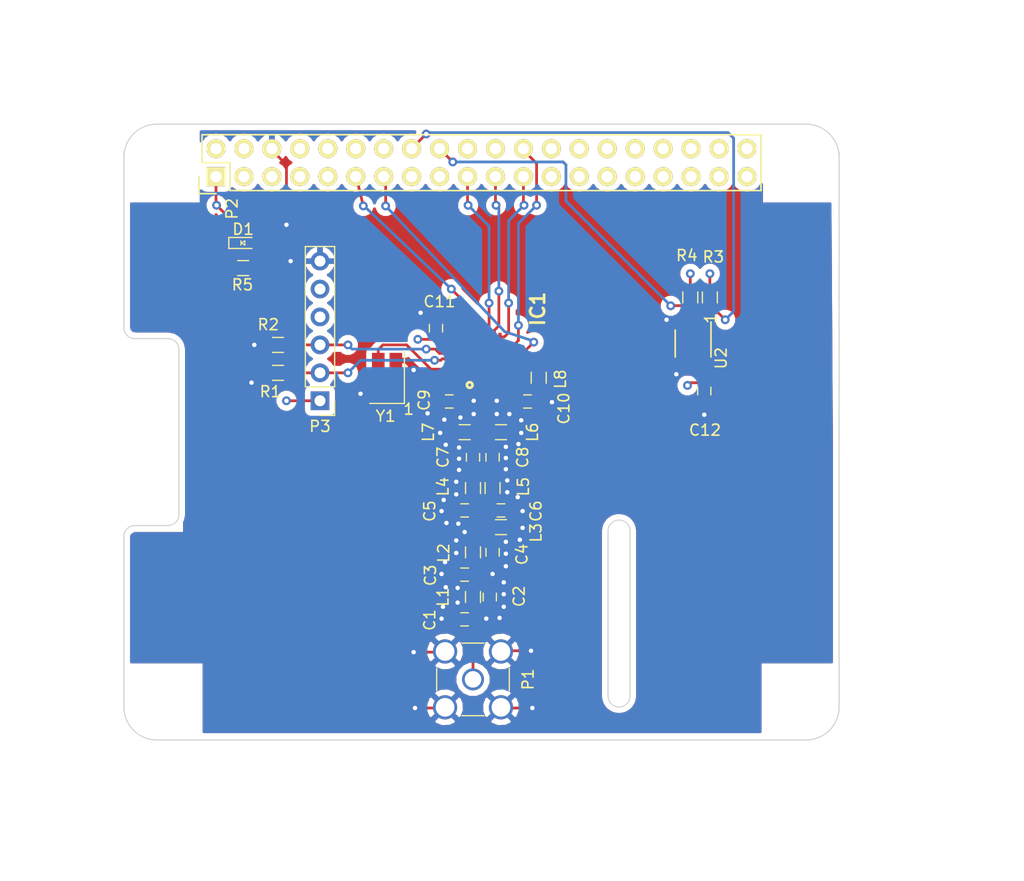
<source format=kicad_pcb>
(kicad_pcb (version 20171130) (host pcbnew 5.0.1-33cea8e~67~ubuntu18.04.1)
  (title_block (title "AX5043 Raspberry Pi HAT") (date 2018-03-24) (rev V1.3) (company "Brandenburg Tech, LLC"))
  (layers (0 F.Cu signal) (1 In1.Cu signal) (2 In2.Cu signal) (31 B.Cu signal) (34 B.Paste user) (35 F.Paste user) (36 B.SilkS user) (37 F.SilkS user) (38 B.Mask user) (39 F.Mask user) (44 Edge.Cuts user))
  (net 0 "")
  (net 1 GND)
  (net 2 "Net-(C1-Pad1)")
  (net 3 "Net-(C2-Pad1)")
  (net 4 "Net-(C4-Pad1)")
  (net 5 "Net-(C5-Pad1)")
  (net 6 "Net-(C7-Pad2)")
  (net 7 "Net-(C7-Pad1)")
  (net 8 "Net-(C8-Pad2)")
  (net 9 "Net-(C8-Pad1)")
  (net 10 "Net-(C9-Pad1)")
  (net 11 "Net-(C10-Pad1)")
  (net 12 +3V3)
  (net 13 AX5043_IRQ)
  (net 14 AX5043_SYSCLK)
  (net 15 I2C_SDA)
  (net 16 I2C_SCL)
  (net 17 AX5043_MOSI)
  (net 18 AX5043_MISO)
  (net 19 AX5043_CLK)
  (net 20 AX5043_SEL)
  (net 21 AX5043_GPADC2)
  (net 22 AX5043_GPADC1)
  (net 23 "Net-(P3-Pad4)")
  (net 24 "Net-(P3-Pad5)")
  (net 25 "Net-(D1-Pad1)")
  (net 26 +5V)
  (net 27 "Net-(P2-Pad4)")
  (net 28 /GPIO4)
  (net 29 /TXD)
  (net 30 "Net-(P2-Pad9)")
  (net 31 /RXD)
  (net 32 /GPIO18)
  (net 33 "Net-(P2-Pad14)")
  (net 34 "Net-(P2-Pad15)")
  (net 35 "Net-(P2-Pad17)")
  (net 36 "Net-(P2-Pad20)")
  (net 37 /GPIO25)
  (net 38 "Net-(P2-Pad25)")
  (net 39 "/GPIO7(CE1)")
  (net 40 "Net-(U2-Pad3)")
  (net 41 "Net-(IC1-Pad6)")
  (net 42 "Net-(IC1-Pad7)")
  (net 43 "Net-(IC1-Pad8)")
  (net 44 "Net-(IC1-Pad15)")
  (net 45 "Net-(IC1-Pad19)")
  (net 46 "Net-(IC1-Pad20)")
  (net 47 "/GPIO0(SDA)")
  (net 48 "/GPIO1(SCL)")
  (module LEDs:LED_0603 (layer F.Cu) (at 54.737 49.403)
    (fp_text reference D1 (at 0 -1.25) (layer F.SilkS))
    (fp_text value LED)
    (pad 2 smd rect (at 0.8 0 180) (size 0.8 0.8) (layers F.Cu F.Paste F.Mask) (net 12 +3V3))
    (pad 1 smd rect (at -0.8 0 180) (size 0.8 0.8) (layers F.Cu F.Paste F.Mask) (net 25 "Net-(D1-Pad1)"))
  )
  (module ECX42:Crystal_SMD_ECX42-4pin_4.0x2.5mm (layer F.Cu) (at 67.818 61.595 90)
    (fp_text reference Y1 (at -3.556 -0.127 180) (layer F.SilkS))
    (fp_text value 16M)
    (fp_text user 1 (at -2.921 1.9685 180) (layer F.SilkS))
    (pad 1 smd rect (at -1.5 0.8 90) (size 1.4 1.15) (layers F.Cu F.Paste F.Mask) (net 46 "Net-(IC1-Pad20)"))
    (pad 2 smd rect (at 1.5 0.8 90) (size 1.4 1.15) (layers F.Cu F.Paste F.Mask) (net 1 GND))
    (pad 3 smd rect (at 1.5 -0.8 90) (size 1.4 1.15) (layers F.Cu F.Paste F.Mask) (net 45 "Net-(IC1-Pad19)"))
    (pad 4 smd rect (at -1.5 -0.8 90) (size 1.4 1.15) (layers F.Cu F.Paste F.Mask) (net 1 GND))
  )
  (module Housings_DFN_QFN:DFN-8-1EP_3x3mm_Pitch0.65mm (layer F.Cu) (at 95.631 58.547 270)
    (fp_text reference U2 (at 1.3335 -2.54 270) (layer F.SilkS))
    (fp_text value MAX31725)
    (fp_text user 1 (at -2.286 -1.5875 270) (layer F.SilkS))
    (pad 1 smd rect (at -1.55 -0.975 270) (size 0.65 0.35) (layers F.Cu F.Paste F.Mask) (net 15 I2C_SDA))
    (pad 2 smd rect (at -1.55 -0.325 270) (size 0.65 0.35) (layers F.Cu F.Paste F.Mask) (net 16 I2C_SCL))
    (pad 3 smd rect (at -1.55 0.325 270) (size 0.65 0.35) (layers F.Cu F.Paste F.Mask) (net 40 "Net-(U2-Pad3)"))
    (pad 4 smd rect (at -1.55 0.975 270) (size 0.65 0.35) (layers F.Cu F.Paste F.Mask) (net 1 GND))
    (pad 5 smd rect (at 1.55 0.975 270) (size 0.65 0.35) (layers F.Cu F.Paste F.Mask) (net 1 GND))
    (pad 6 smd rect (at 1.55 0.325 270) (size 0.65 0.35) (layers F.Cu F.Paste F.Mask) (net 1 GND))
    (pad 7 smd rect (at 1.55 -0.325 270) (size 0.65 0.35) (layers F.Cu F.Paste F.Mask) (net 1 GND))
    (pad 8 smd rect (at 1.55 -0.975 270) (size 0.65 0.35) (layers F.Cu F.Paste F.Mask) (net 12 +3V3))
    (pad 9 smd rect (at 0.3875 0.6 270) (size 0.775 1.2) (layers F.Cu F.Paste F.Mask) (net 1 GND))
    (pad 9 smd rect (at 0.3875 -0.6 270) (size 0.775 1.2) (layers F.Cu F.Paste F.Mask) (net 1 GND))
    (pad 9 smd rect (at -0.3875 0.6 270) (size 0.775 1.2) (layers F.Cu F.Paste F.Mask) (net 1 GND))
    (pad 9 smd rect (at -0.3875 -0.6 270) (size 0.775 1.2) (layers F.Cu F.Paste F.Mask) (net 1 GND))
  )
  (module RPi_Hat:Pin_Header_Straight_2x20 (layer F.Cu) (at 76.4 42.1 90)
    (fp_text reference P2 (at -4.1915 -22.679 90) (layer F.SilkS))
    (fp_text value CONN_13X2)
    (pad 1 thru_hole rect (at -1.27 -24.13 90) (size 1.7272 1.7272) (drill 1.016) (layers *.Cu *.Mask F.SilkS) (net 12 +3V3))
    (pad 2 thru_hole oval (at 1.27 -24.13 90) (size 1.7272 1.7272) (drill 1.016) (layers *.Cu *.Mask F.SilkS) (net 26 +5V))
    (pad 3 thru_hole oval (at -1.27 -21.59 90) (size 1.7272 1.7272) (drill 1.016) (layers *.Cu *.Mask F.SilkS) (net 47 "/GPIO0(SDA)"))
    (pad 4 thru_hole oval (at 1.27 -21.59 90) (size 1.7272 1.7272) (drill 1.016) (layers *.Cu *.Mask F.SilkS) (net 27 "Net-(P2-Pad4)"))
    (pad 5 thru_hole oval (at -1.27 -19.05 90) (size 1.7272 1.7272) (drill 1.016) (layers *.Cu *.Mask F.SilkS) (net 48 "/GPIO1(SCL)"))
    (pad 6 thru_hole oval (at 1.27 -19.05 90) (size 1.7272 1.7272) (drill 1.016) (layers *.Cu *.Mask F.SilkS) (net 1 GND))
    (pad 7 thru_hole oval (at -1.27 -16.51 90) (size 1.7272 1.7272) (drill 1.016) (layers *.Cu *.Mask F.SilkS) (net 28 /GPIO4))
    (pad 8 thru_hole oval (at 1.27 -16.51 90) (size 1.7272 1.7272) (drill 1.016) (layers *.Cu *.Mask F.SilkS) (net 29 /TXD))
    (pad 9 thru_hole oval (at -1.27 -13.97 90) (size 1.7272 1.7272) (drill 1.016) (layers *.Cu *.Mask F.SilkS) (net 30 "Net-(P2-Pad9)"))
    (pad 10 thru_hole oval (at 1.27 -13.97 90) (size 1.7272 1.7272) (drill 1.016) (layers *.Cu *.Mask F.SilkS) (net 31 /RXD))
    (pad 11 thru_hole oval (at -1.27 -11.43 90) (size 1.7272 1.7272) (drill 1.016) (layers *.Cu *.Mask F.SilkS) (net 13 AX5043_IRQ))
    (pad 12 thru_hole oval (at 1.27 -11.43 90) (size 1.7272 1.7272) (drill 1.016) (layers *.Cu *.Mask F.SilkS) (net 32 /GPIO18))
    (pad 13 thru_hole oval (at -1.27 -8.89 90) (size 1.7272 1.7272) (drill 1.016) (layers *.Cu *.Mask F.SilkS) (net 14 AX5043_SYSCLK))
    (pad 14 thru_hole oval (at 1.27 -8.89 90) (size 1.7272 1.7272) (drill 1.016) (layers *.Cu *.Mask F.SilkS) (net 33 "Net-(P2-Pad14)"))
    (pad 15 thru_hole oval (at -1.27 -6.35 90) (size 1.7272 1.7272) (drill 1.016) (layers *.Cu *.Mask F.SilkS) (net 34 "Net-(P2-Pad15)"))
    (pad 16 thru_hole oval (at 1.27 -6.35 90) (size 1.7272 1.7272) (drill 1.016) (layers *.Cu *.Mask F.SilkS) (net 15 I2C_SDA))
    (pad 17 thru_hole oval (at -1.27 -3.81 90) (size 1.7272 1.7272) (drill 1.016) (layers *.Cu *.Mask F.SilkS) (net 35 "Net-(P2-Pad17)"))
    (pad 18 thru_hole oval (at 1.27 -3.81 90) (size 1.7272 1.7272) (drill 1.016) (layers *.Cu *.Mask F.SilkS) (net 16 I2C_SCL))
    (pad 19 thru_hole oval (at -1.27 -1.27 90) (size 1.7272 1.7272) (drill 1.016) (layers *.Cu *.Mask F.SilkS) (net 17 AX5043_MOSI))
    (pad 20 thru_hole oval (at 1.27 -1.27 90) (size 1.7272 1.7272) (drill 1.016) (layers *.Cu *.Mask F.SilkS) (net 36 "Net-(P2-Pad20)"))
    (pad 21 thru_hole oval (at -1.27 1.27 90) (size 1.7272 1.7272) (drill 1.016) (layers *.Cu *.Mask F.SilkS) (net 18 AX5043_MISO))
    (pad 22 thru_hole oval (at 1.27 1.27 90) (size 1.7272 1.7272) (drill 1.016) (layers *.Cu *.Mask F.SilkS) (net 37 /GPIO25))
    (pad 23 thru_hole oval (at -1.27 3.81 90) (size 1.7272 1.7272) (drill 1.016) (layers *.Cu *.Mask F.SilkS) (net 19 AX5043_CLK))
    (pad 24 thru_hole oval (at 1.27 3.81 90) (size 1.7272 1.7272) (drill 1.016) (layers *.Cu *.Mask F.SilkS) (net 20 AX5043_SEL))
    (pad 25 thru_hole oval (at -1.27 6.35 90) (size 1.7272 1.7272) (drill 1.016) (layers *.Cu *.Mask F.SilkS) (net 38 "Net-(P2-Pad25)"))
    (pad 26 thru_hole oval (at 1.27 6.35 90) (size 1.7272 1.7272) (drill 1.016) (layers *.Cu *.Mask F.SilkS) (net 39 "/GPIO7(CE1)"))
    (pad 27 thru_hole oval (at -1.27 8.89 90) (size 1.7272 1.7272) (drill 1.016) (layers *.Cu *.Mask F.SilkS))
    (pad 28 thru_hole oval (at 1.27 8.89 90) (size 1.7272 1.7272) (drill 1.016) (layers *.Cu *.Mask F.SilkS))
    (pad 29 thru_hole oval (at -1.27 11.43 90) (size 1.7272 1.7272) (drill 1.016) (layers *.Cu *.Mask F.SilkS))
    (pad 30 thru_hole oval (at 1.27 11.43 90) (size 1.7272 1.7272) (drill 1.016) (layers *.Cu *.Mask F.SilkS))
    (pad 31 thru_hole oval (at -1.27 13.97 90) (size 1.7272 1.7272) (drill 1.016) (layers *.Cu *.Mask F.SilkS))
    (pad 32 thru_hole oval (at 1.27 13.97 90) (size 1.7272 1.7272) (drill 1.016) (layers *.Cu *.Mask F.SilkS))
    (pad 33 thru_hole oval (at -1.27 16.51 90) (size 1.7272 1.7272) (drill 1.016) (layers *.Cu *.Mask F.SilkS))
    (pad 34 thru_hole oval (at 1.27 16.51 90) (size 1.7272 1.7272) (drill 1.016) (layers *.Cu *.Mask F.SilkS))
    (pad 35 thru_hole oval (at -1.27 19.05 90) (size 1.7272 1.7272) (drill 1.016) (layers *.Cu *.Mask F.SilkS))
    (pad 36 thru_hole oval (at 1.27 19.05 90) (size 1.7272 1.7272) (drill 1.016) (layers *.Cu *.Mask F.SilkS))
    (pad 37 thru_hole oval (at -1.27 21.59 90) (size 1.7272 1.7272) (drill 1.016) (layers *.Cu *.Mask F.SilkS))
    (pad 38 thru_hole oval (at 1.27 21.59 90) (size 1.7272 1.7272) (drill 1.016) (layers *.Cu *.Mask F.SilkS))
    (pad 39 thru_hole oval (at -1.27 24.13 90) (size 1.7272 1.7272) (drill 1.016) (layers *.Cu *.Mask F.SilkS))
    (pad 40 thru_hole oval (at 1.27 24.13 90) (size 1.7272 1.7272) (drill 1.016) (layers *.Cu *.Mask F.SilkS))
  )
  (module RPi_Hat:RPi_Hat_Mounting_Hole (layer F.Cu) (at 105.4 42.1)
    (fp_text reference "" hide)
    (fp_text value "" hide)
    (pad "" np_thru_hole circle (at 0 0) (size 2.75 2.75) (drill 2.75) (layers *.Cu *.Mask) (clearance 1.725))
  )
  (module RPi_Hat:RPi_Hat_Mounting_Hole (layer F.Cu) (at 105.4 91.1)
    (fp_text reference "" hide)
    (fp_text value "" hide)
    (pad "" np_thru_hole circle (at 0 0) (size 2.75 2.75) (drill 2.75) (layers *.Cu *.Mask) (clearance 1.725))
  )
  (module RPi_Hat:RPi_Hat_Mounting_Hole (layer F.Cu) (at 47.4 91.1)
    (fp_text reference "" hide)
    (fp_text value "" hide)
    (pad "" np_thru_hole circle (at 0 0) (size 2.75 2.75) (drill 2.75) (layers *.Cu *.Mask) (clearance 1.725))
  )
  (module RPi_Hat:RPi_Hat_Mounting_Hole (layer F.Cu) (at 47.4 42.1)
    (fp_text reference "" hide)
    (fp_text value "" hide)
    (pad "" np_thru_hole circle (at 0 0) (size 2.75 2.75) (drill 2.75) (layers *.Cu *.Mask) (clearance 1.725))
  )
  (module Capacitors_SMD:C_0603 (layer F.Cu) (at 74.8665 83.6295 180)
    (fp_text reference C1 (at 3.175 -0.0635 270) (layer F.SilkS))
    (fp_text value NS)
    (pad 2 smd rect (at 0.75 0 180) (size 0.8 0.75) (layers F.Cu F.Paste F.Mask) (net 1 GND))
    (pad 1 smd rect (at -0.75 0 180) (size 0.8 0.75) (layers F.Cu F.Paste F.Mask) (net 2 "Net-(C1-Pad1)"))
  )
  (module Capacitors_SMD:C_0603 (layer F.Cu) (at 77.1525 81.5975 270)
    (fp_text reference C2 (at -0.0635 -2.667 270) (layer F.SilkS))
    (fp_text value NS)
    (pad 2 smd rect (at 0.75 0 270) (size 0.8 0.75) (layers F.Cu F.Paste F.Mask) (net 2 "Net-(C1-Pad1)"))
    (pad 1 smd rect (at -0.75 0 270) (size 0.8 0.75) (layers F.Cu F.Paste F.Mask) (net 3 "Net-(C2-Pad1)"))
  )
  (module Capacitors_SMD:C_0603 (layer F.Cu) (at 74.8665 79.5655 180)
    (fp_text reference C3 (at 3.1115 -0.0635 270) (layer F.SilkS))
    (fp_text value NS)
    (pad 2 smd rect (at 0.75 0 180) (size 0.8 0.75) (layers F.Cu F.Paste F.Mask) (net 1 GND))
    (pad 1 smd rect (at -0.75 0 180) (size 0.8 0.75) (layers F.Cu F.Paste F.Mask) (net 3 "Net-(C2-Pad1)"))
  )
  (module Capacitors_SMD:C_0603 (layer F.Cu) (at 77.4065 77.5335 270)
    (fp_text reference C4 (at 0.1905 -2.667 270) (layer F.SilkS))
    (fp_text value 5p1)
    (pad 2 smd rect (at 0.75 0 270) (size 0.8 0.75) (layers F.Cu F.Paste F.Mask) (net 3 "Net-(C2-Pad1)"))
    (pad 1 smd rect (at -0.75 0 270) (size 0.8 0.75) (layers F.Cu F.Paste F.Mask) (net 4 "Net-(C4-Pad1)"))
  )
  (module Capacitors_SMD:C_0603 (layer F.Cu) (at 74.8665 73.7235 180)
    (fp_text reference C5 (at 3.175 -0.0635 90) (layer F.SilkS))
    (fp_text value 11p)
    (pad 2 smd rect (at 0.75 0 180) (size 0.8 0.75) (layers F.Cu F.Paste F.Mask) (net 1 GND))
    (pad 1 smd rect (at -0.75 0 180) (size 0.8 0.75) (layers F.Cu F.Paste F.Mask) (net 5 "Net-(C5-Pad1)"))
  )
  (module Capacitors_SMD:C_0603 (layer F.Cu) (at 78.1685 73.7235)
    (fp_text reference C6 (at 3.175 0.0635 90) (layer F.SilkS))
    (fp_text value 5p6)
    (pad 2 smd rect (at 0.75 0) (size 0.8 0.75) (layers F.Cu F.Paste F.Mask) (net 1 GND))
    (pad 1 smd rect (at -0.75 0) (size 0.8 0.75) (layers F.Cu F.Paste F.Mask) (net 4 "Net-(C4-Pad1)"))
  )
  (module Capacitors_SMD:C_0603 (layer F.Cu) (at 75.6285 68.8975 270)
    (fp_text reference C7 (at 0 2.7305 270) (layer F.SilkS))
    (fp_text value 4p3)
    (pad 2 smd rect (at 0.75 0 270) (size 0.8 0.75) (layers F.Cu F.Paste F.Mask) (net 6 "Net-(C7-Pad2)"))
    (pad 1 smd rect (at -0.75 0 270) (size 0.8 0.75) (layers F.Cu F.Paste F.Mask) (net 7 "Net-(C7-Pad1)"))
  )
  (module Capacitors_SMD:C_0603 (layer F.Cu) (at 77.4065 68.8975 270)
    (fp_text reference C8 (at 0 -2.7305 270) (layer F.SilkS))
    (fp_text value 4p3)
    (pad 2 smd rect (at 0.75 0 270) (size 0.8 0.75) (layers F.Cu F.Paste F.Mask) (net 8 "Net-(C8-Pad2)"))
    (pad 1 smd rect (at -0.75 0 270) (size 0.8 0.75) (layers F.Cu F.Paste F.Mask) (net 9 "Net-(C8-Pad1)"))
  )
  (module Capacitors_SMD:C_0603 (layer F.Cu) (at 73.4695 63.8175 180)
    (fp_text reference C9 (at 2.286 0.127 270) (layer F.SilkS))
    (fp_text value 10n)
    (pad 2 smd rect (at 0.75 0 180) (size 0.8 0.75) (layers F.Cu F.Paste F.Mask) (net 1 GND))
    (pad 1 smd rect (at -0.75 0 180) (size 0.8 0.75) (layers F.Cu F.Paste F.Mask) (net 10 "Net-(C9-Pad1)"))
  )
  (module Capacitors_SMD:C_0603 (layer F.Cu) (at 80.5815 63.8175)
    (fp_text reference C10 (at 3.302 0.635 90) (layer F.SilkS))
    (fp_text value 10n)
    (pad 2 smd rect (at 0.75 0) (size 0.8 0.75) (layers F.Cu F.Paste F.Mask) (net 1 GND))
    (pad 1 smd rect (at -0.75 0) (size 0.8 0.75) (layers F.Cu F.Paste F.Mask) (net 11 "Net-(C10-Pad1)"))
  )
  (module Capacitors_SMD:C_0603 (layer F.Cu) (at 72.263 57.15 90)
    (fp_text reference C11 (at 2.413 0.3175 180) (layer F.SilkS))
    (fp_text value 10n)
    (pad 2 smd rect (at 0.75 0 90) (size 0.8 0.75) (layers F.Cu F.Paste F.Mask) (net 1 GND))
    (pad 1 smd rect (at -0.75 0 90) (size 0.8 0.75) (layers F.Cu F.Paste F.Mask) (net 12 +3V3))
  )
  (module Capacitors_SMD:C_0603 (layer F.Cu) (at 96.647 62.865 270)
    (fp_text reference C12 (at 3.556 -0.0635) (layer F.SilkS))
    (fp_text value 100n)
    (pad 2 smd rect (at 0.75 0 270) (size 0.8 0.75) (layers F.Cu F.Paste F.Mask) (net 1 GND))
    (pad 1 smd rect (at -0.75 0 270) (size 0.8 0.75) (layers F.Cu F.Paste F.Mask) (net 12 +3V3))
  )
  (module Inductors_SMD:L_0603 (layer F.Cu) (at 75.6285 81.5975 270)
    (fp_text reference L1 (at 0 2.7305 270) (layer F.SilkS))
    (fp_text value 0R)
    (pad 1 smd rect (at -0.75 0 270) (size 0.5 0.9) (layers F.Cu F.Paste F.Mask) (net 3 "Net-(C2-Pad1)"))
    (pad 2 smd rect (at 0.75 0 270) (size 0.5 0.9) (layers F.Cu F.Paste F.Mask) (net 2 "Net-(C1-Pad1)"))
  )
  (module Inductors_SMD:L_0603 (layer F.Cu) (at 75.6285 77.5335 270)
    (fp_text reference L2 (at 0.0635 2.667 270) (layer F.SilkS))
    (fp_text value 27n)
    (pad 1 smd rect (at -0.75 0 270) (size 0.5 0.9) (layers F.Cu F.Paste F.Mask) (net 5 "Net-(C5-Pad1)"))
    (pad 2 smd rect (at 0.75 0 270) (size 0.5 0.9) (layers F.Cu F.Paste F.Mask) (net 3 "Net-(C2-Pad1)"))
  )
  (module Inductors_SMD:L_0603 (layer F.Cu) (at 78.1685 75.2475 180)
    (fp_text reference L3 (at -3.175 -0.508 270) (layer F.SilkS))
    (fp_text value 27n)
    (pad 1 smd rect (at -0.75 0 180) (size 0.5 0.9) (layers F.Cu F.Paste F.Mask) (net 1 GND))
    (pad 2 smd rect (at 0.75 0 180) (size 0.5 0.9) (layers F.Cu F.Paste F.Mask) (net 4 "Net-(C4-Pad1)"))
  )
  (module Inductors_SMD:L_0603 (layer F.Cu) (at 75.6285 71.6915 270)
    (fp_text reference L4 (at -0.127 2.7305 270) (layer F.SilkS))
    (fp_text value 43n)
    (pad 1 smd rect (at -0.75 0 270) (size 0.5 0.9) (layers F.Cu F.Paste F.Mask) (net 6 "Net-(C7-Pad2)"))
    (pad 2 smd rect (at 0.75 0 270) (size 0.5 0.9) (layers F.Cu F.Paste F.Mask) (net 5 "Net-(C5-Pad1)"))
  )
  (module Inductors_SMD:L_0603 (layer F.Cu) (at 77.4065 71.6915 270)
    (fp_text reference L5 (at -0.127 -2.794 270) (layer F.SilkS))
    (fp_text value 43n)
    (pad 1 smd rect (at -0.75 0 270) (size 0.5 0.9) (layers F.Cu F.Paste F.Mask) (net 8 "Net-(C8-Pad2)"))
    (pad 2 smd rect (at 0.75 0 270) (size 0.5 0.9) (layers F.Cu F.Paste F.Mask) (net 4 "Net-(C4-Pad1)"))
  )
  (module Inductors_SMD:L_0603 (layer F.Cu) (at 78.1685 66.6115 180)
    (fp_text reference L6 (at -2.8575 0 270) (layer F.SilkS))
    (fp_text value 100n)
    (pad 1 smd rect (at -0.75 0 180) (size 0.5 0.9) (layers F.Cu F.Paste F.Mask) (net 1 GND))
    (pad 2 smd rect (at 0.75 0 180) (size 0.5 0.9) (layers F.Cu F.Paste F.Mask) (net 9 "Net-(C8-Pad1)"))
  )
  (module Inductors_SMD:L_0603 (layer F.Cu) (at 74.8665 66.6115)
    (fp_text reference L7 (at -3.302 0 90) (layer F.SilkS))
    (fp_text value 100n)
    (pad 1 smd rect (at -0.75 0) (size 0.5 0.9) (layers F.Cu F.Paste F.Mask) (net 1 GND))
    (pad 2 smd rect (at 0.75 0) (size 0.5 0.9) (layers F.Cu F.Paste F.Mask) (net 7 "Net-(C7-Pad1)"))
  )
  (module Inductors_SMD:L_0603 (layer F.Cu) (at 81.5975 61.6585 270)
    (fp_text reference L8 (at 0.127 -1.9685 270) (layer F.SilkS))
    (fp_text value 0R)
    (pad 1 smd rect (at -0.75 0 270) (size 0.5 0.9) (layers F.Cu F.Paste F.Mask) (net 43 "Net-(IC1-Pad8)"))
    (pad 2 smd rect (at 0.75 0 270) (size 0.5 0.9) (layers F.Cu F.Paste F.Mask) (net 42 "Net-(IC1-Pad7)"))
  )
  (module Connectors:SMA_THT_Jack_Straight (layer F.Cu) (at 75.6285 89.0905 270)
    (fp_text reference P1 (at 0 -5 270) (layer F.SilkS))
    (fp_text value SMA)
    (pad 2 thru_hole circle (at -2.54 2.54 270) (size 2.2 2.2) (drill 1.7) (layers *.Cu *.Mask) (net 1 GND))
    (pad 2 thru_hole circle (at -2.54 -2.54 270) (size 2.2 2.2) (drill 1.7) (layers *.Cu *.Mask) (net 1 GND))
    (pad 2 thru_hole circle (at 2.54 -2.54 270) (size 2.2 2.2) (drill 1.7) (layers *.Cu *.Mask) (net 1 GND))
    (pad 2 thru_hole circle (at 2.54 2.54 270) (size 2.2 2.2) (drill 1.7) (layers *.Cu *.Mask) (net 1 GND))
    (pad 1 thru_hole circle (at 0 0 270) (size 2 2) (drill 1.5) (layers *.Cu *.Mask) (net 2 "Net-(C1-Pad1)"))
  )
  (module Pin_Headers:Pin_Header_Straight_1x06_Pitch2.54mm (layer F.Cu) (at 61.722 63.754 180)
    (fp_text reference P3 (at 0 -2.33 180) (layer F.SilkS))
    (fp_text value CONN_01X06)
    (pad 1 thru_hole rect (at 0 0 180) (size 1.7 1.7) (drill 1) (layers *.Cu *.Mask) (net 12 +3V3))
    (pad 2 thru_hole oval (at 0 2.54 180) (size 1.7 1.7) (drill 1) (layers *.Cu *.Mask) (net 21 AX5043_GPADC2))
    (pad 3 thru_hole oval (at 0 5.08 180) (size 1.7 1.7) (drill 1) (layers *.Cu *.Mask) (net 22 AX5043_GPADC1))
    (pad 4 thru_hole oval (at 0 7.62 180) (size 1.7 1.7) (drill 1) (layers *.Cu *.Mask) (net 23 "Net-(P3-Pad4)"))
    (pad 5 thru_hole oval (at 0 10.16 180) (size 1.7 1.7) (drill 1) (layers *.Cu *.Mask) (net 24 "Net-(P3-Pad5)"))
    (pad 6 thru_hole oval (at 0 12.7 180) (size 1.7 1.7) (drill 1) (layers *.Cu *.Mask) (net 1 GND))
  )
  (module Resistors_SMD:R_0603 (layer F.Cu) (at 57.912 61.214 180)
    (fp_text reference R1 (at 0.6985 -1.7145 180) (layer F.SilkS))
    (fp_text value 0R)
    (pad 1 smd rect (at -0.75 0 180) (size 0.5 0.9) (layers F.Cu F.Paste F.Mask) (net 21 AX5043_GPADC2))
    (pad 2 smd rect (at 0.75 0 180) (size 0.5 0.9) (layers F.Cu F.Paste F.Mask) (net 1 GND))
  )
  (module Resistors_SMD:R_0603 (layer F.Cu) (at 57.912 58.674 180)
    (fp_text reference R2 (at 0.889 1.8415 180) (layer F.SilkS))
    (fp_text value 0R)
    (pad 1 smd rect (at -0.75 0 180) (size 0.5 0.9) (layers F.Cu F.Paste F.Mask) (net 22 AX5043_GPADC1))
    (pad 2 smd rect (at 0.75 0 180) (size 0.5 0.9) (layers F.Cu F.Paste F.Mask) (net 1 GND))
  )
  (module Resistors_SMD:R_0603 (layer F.Cu) (at 97.155 54.356 270)
    (fp_text reference R3 (at -3.683 -0.3175) (layer F.SilkS))
    (fp_text value 4k7)
    (pad 1 smd rect (at -0.75 0 270) (size 0.5 0.9) (layers F.Cu F.Paste F.Mask) (net 12 +3V3))
    (pad 2 smd rect (at 0.75 0 270) (size 0.5 0.9) (layers F.Cu F.Paste F.Mask) (net 15 I2C_SDA))
  )
  (module Resistors_SMD:R_0603 (layer F.Cu) (at 95.377 54.356 270)
    (fp_text reference R4 (at -3.81 0.3175) (layer F.SilkS))
    (fp_text value 4k7)
    (pad 1 smd rect (at -0.75 0 270) (size 0.5 0.9) (layers F.Cu F.Paste F.Mask) (net 12 +3V3))
    (pad 2 smd rect (at 0.75 0 270) (size 0.5 0.9) (layers F.Cu F.Paste F.Mask) (net 16 I2C_SCL))
  )
  (module Resistors_SMD:R_0603 (layer F.Cu) (at 54.737 51.689)
    (fp_text reference R5 (at -0.0635 1.524) (layer F.SilkS))
    (fp_text value 200)
    (pad 1 smd rect (at -0.75 0) (size 0.5 0.9) (layers F.Cu F.Paste F.Mask) (net 25 "Net-(D1-Pad1)"))
    (pad 2 smd rect (at 0.75 0) (size 0.5 0.9) (layers F.Cu F.Paste F.Mask) (net 1 GND))
  )
  (module ax5243:QFN50P400X400X100-21N (layer F.Cu) (at 77.07884 59.944 90)
    (fp_text reference IC1 (at 4.54152 4.43484 90) (layer F.SilkS) (effects (font (size 1.27 1.27) (thickness 0.254))))
    (fp_text value AX5243-1-TA05 hide)
    (pad 1 smd rect (at -2 -1 180) (size 0.3 0.75) (layers F.Cu F.Paste F.Mask) (net 10 "Net-(C9-Pad1)"))
    (pad 2 smd rect (at -2 -0.5 180) (size 0.3 0.75) (layers F.Cu F.Paste F.Mask) (net 1 GND))
    (pad 3 smd rect (at -2 0 180) (size 0.3 0.75) (layers F.Cu F.Paste F.Mask) (net 7 "Net-(C7-Pad1)"))
    (pad 4 smd rect (at -2 0.5 180) (size 0.3 0.75) (layers F.Cu F.Paste F.Mask) (net 9 "Net-(C8-Pad1)"))
    (pad 5 smd rect (at -2 1 180) (size 0.3 0.75) (layers F.Cu F.Paste F.Mask) (net 11 "Net-(C10-Pad1)"))
    (pad 6 smd rect (at -1 2 90) (size 0.3 0.75) (layers F.Cu F.Paste F.Mask) (net 41 "Net-(IC1-Pad6)"))
    (pad 7 smd rect (at -0.5 2 90) (size 0.3 0.75) (layers F.Cu F.Paste F.Mask) (net 42 "Net-(IC1-Pad7)"))
    (pad 8 smd rect (at 0 2 90) (size 0.3 0.75) (layers F.Cu F.Paste F.Mask) (net 43 "Net-(IC1-Pad8)"))
    (pad 9 smd rect (at 0.5 2 90) (size 0.3 0.75) (layers F.Cu F.Paste F.Mask) (net 14 AX5043_SYSCLK))
    (pad 10 smd rect (at 1 2 90) (size 0.3 0.75) (layers F.Cu F.Paste F.Mask) (net 20 AX5043_SEL))
    (pad 11 smd rect (at 2 1 180) (size 0.3 0.75) (layers F.Cu F.Paste F.Mask) (net 19 AX5043_CLK))
    (pad 12 smd rect (at 2 0.5 180) (size 0.3 0.75) (layers F.Cu F.Paste F.Mask) (net 18 AX5043_MISO))
    (pad 13 smd rect (at 2 0 180) (size 0.3 0.75) (layers F.Cu F.Paste F.Mask) (net 17 AX5043_MOSI))
    (pad 14 smd rect (at 2 -0.5 180) (size 0.3 0.75) (layers F.Cu F.Paste F.Mask) (net 13 AX5043_IRQ))
    (pad 15 smd rect (at 2 -1 180) (size 0.3 0.75) (layers F.Cu F.Paste F.Mask) (net 44 "Net-(IC1-Pad15)"))
    (pad 16 smd rect (at 1 -2 90) (size 0.3 0.75) (layers F.Cu F.Paste F.Mask) (net 12 +3V3))
    (pad 17 smd rect (at 0.5 -2 90) (size 0.3 0.75) (layers F.Cu F.Paste F.Mask) (net 22 AX5043_GPADC1))
    (pad 18 smd rect (at 0 -2 90) (size 0.3 0.75) (layers F.Cu F.Paste F.Mask) (net 21 AX5043_GPADC2))
    (pad 19 smd rect (at -0.5 -2 90) (size 0.3 0.75) (layers F.Cu F.Paste F.Mask) (net 45 "Net-(IC1-Pad19)"))
    (pad 20 smd rect (at -1 -2 90) (size 0.3 0.75) (layers F.Cu F.Paste F.Mask) (net 46 "Net-(IC1-Pad20)"))
    (pad 21 smd rect (at 0 0 90) (size 2.85 2.85) (layers F.Cu F.Paste F.Mask) (net 1 GND))
  )
  (gr_text "Brandenburg Tech, LLC.\nAX 5043 Raspberry Pi Board\n\nV1.3.5    SN: _____________" (at 103.3145 74.6125 90) (layer F.Cu) (effects (font (size 1 1) (thickness 0.2))))
  (gr_arc (start 105.9 41.6) (end 105.9 38.6) (angle 90) (layer Edge.Cuts) (width 0.1))
  (gr_line (start 46.9 38.6) (end 105.9 38.6) (angle 90) (layer Edge.Cuts) (width 0.1))
  (gr_arc (start 46.9 41.6) (end 43.9 41.6) (angle 90) (layer Edge.Cuts) (width 0.1))
  (gr_arc (start 88.9 90.6) (end 87.9 90.6) (angle -180) (layer Edge.Cuts) (width 0.1))
  (gr_arc (start 88.9 75.6) (end 87.9 75.6) (angle 180) (layer Edge.Cuts) (width 0.1))
  (gr_line (start 89.9 75.6) (end 89.9 90.6) (angle 90) (layer Edge.Cuts) (width 0.1))
  (gr_line (start 87.9 75.6) (end 87.9 90.6) (angle 90) (layer Edge.Cuts) (width 0.1))
  (gr_arc (start 44.9 76.1) (end 43.9 76.1) (angle 90) (layer Edge.Cuts) (width 0.1))
  (gr_arc (start 47.9 74.1) (end 48.9 74.1) (angle 90) (layer Edge.Cuts) (width 0.1))
  (gr_arc (start 47.9 59.1) (end 47.9 58.1) (angle 90) (layer Edge.Cuts) (width 0.1))
  (gr_arc (start 44.9 57.1) (end 44.9 58.1) (angle 90) (layer Edge.Cuts) (width 0.1))
  (gr_arc (start 105.9 91.6) (end 108.9 91.6) (angle 90) (layer Edge.Cuts) (width 0.1))
  (gr_arc (start 46.9 91.6) (end 46.9 94.6) (angle 90) (layer Edge.Cuts) (width 0.1))
  (gr_line (start 43.9 76.1) (end 43.9 91.6) (layer Edge.Cuts) (width 0.1))
  (gr_line (start 43.9 41.1) (end 43.9 57.1) (layer Edge.Cuts) (width 0.1))
  (gr_line (start 44.9 75.1) (end 47.9 75.1) (layer Edge.Cuts) (width 0.1))
  (gr_line (start 44.9 58.1) (end 47.9 58.1) (layer Edge.Cuts) (width 0.1))
  (gr_line (start 48.9 59.1) (end 48.9 74.1) (layer Edge.Cuts) (width 0.1))
  (gr_line (start 46.9 94.6) (end 105.9 94.6) (angle 90) (layer Edge.Cuts) (width 0.1))
  (gr_line (start 108.9 41.1) (end 108.9 91.6) (angle 90) (layer Edge.Cuts) (width 0.1))
  (segment (start 52.27 46.821) (end 52.324 46.875) (width 0.25) (layer F.Cu) (net 0))
  (via (at 78.9305 64.9605) (size 0.8) (drill 0.4) (layers F.Cu B.Cu) (net 1))
  (via (at 80.01 66.675) (size 0.8) (drill 0.4) (layers F.Cu B.Cu) (net 1))
  (via (at 80.01 65.532) (size 0.8) (drill 0.4) (layers F.Cu B.Cu) (net 1))
  (via (at 77.7875 63.754) (size 0.8) (drill 0.4) (layers F.Cu B.Cu) (net 1))
  (via (at 77.7875 64.9605) (size 0.8) (drill 0.4) (layers F.Cu B.Cu) (net 1))
  (segment (start 55.487 51.689) (end 58.42 51.689) (width 0.25) (layer F.Cu) (net 1))
  (via (at 59.055 51.054) (size 0.8) (drill 0.4) (layers F.Cu B.Cu) (net 1))
  (segment (start 59.055 51.054) (end 61.722 51.054) (width 0.25) (layer F.Cu) (net 1))
  (segment (start 58.42 51.689) (end 59.055 51.054) (width 0.25) (layer F.Cu) (net 1))
  (segment (start 96.231 58.9345) (end 96.231 58.1595) (width 0.25) (layer F.Cu) (net 1))
  (segment (start 95.031 58.1595) (end 96.231 58.1595) (width 0.25) (layer F.Cu) (net 1))
  (segment (start 95.031 58.1595) (end 95.031 58.9345) (width 0.25) (layer F.Cu) (net 1))
  (segment (start 94.656 56.997) (end 94.656 57.7845) (width 0.25) (layer F.Cu) (net 1))
  (segment (start 94.656 57.7845) (end 95.031 58.1595) (width 0.25) (layer F.Cu) (net 1))
  (via (at 82.804 63.881) (size 0.8) (drill 0.4) (layers F.Cu B.Cu) (net 1))
  (segment (start 81.395 63.881) (end 82.804 63.881) (width 0.25) (layer F.Cu) (net 1))
  (segment (start 74.053 79.502) (end 72.771 79.502) (width 0.25) (layer F.Cu) (net 1))
  (via (at 72.771 79.502) (size 0.8) (drill 0.4) (layers F.Cu B.Cu) (net 1))
  (via (at 72.898 82.4865) (size 0.8) (drill 0.4) (layers F.Cu B.Cu) (net 1))
  (via (at 74.2315 82.1055) (size 0.8) (drill 0.4) (layers F.Cu B.Cu) (net 1))
  (via (at 74.2315 80.772) (size 0.8) (drill 0.4) (layers F.Cu B.Cu) (net 1))
  (via (at 73.152 80.7085) (size 0.8) (drill 0.4) (layers F.Cu B.Cu) (net 1))
  (via (at 72.771 73.787) (size 0.8) (drill 0.4) (layers F.Cu B.Cu) (net 1))
  (segment (start 74.053 73.787) (end 72.771 73.787) (width 0.25) (layer F.Cu) (net 1))
  (via (at 73.0885 78.4225) (size 0.8) (drill 0.4) (layers F.Cu B.Cu) (net 1))
  (via (at 74.1045 77.597) (size 0.8) (drill 0.4) (layers F.Cu B.Cu) (net 1))
  (via (at 74.1045 76.454) (size 0.8) (drill 0.4) (layers F.Cu B.Cu) (net 1))
  (via (at 74.8665 75.692) (size 0.8) (drill 0.4) (layers F.Cu B.Cu) (net 1))
  (via (at 74.295 74.93) (size 0.8) (drill 0.4) (layers F.Cu B.Cu) (net 1))
  (via (at 73.2155 74.8665) (size 0.8) (drill 0.4) (layers F.Cu B.Cu) (net 1))
  (via (at 72.644 66.675) (size 0.8) (drill 0.4) (layers F.Cu B.Cu) (net 1))
  (segment (start 74.1165 66.6115) (end 72.7075 66.6115) (width 0.25) (layer F.Cu) (net 1))
  (via (at 72.9615 72.771) (size 0.8) (drill 0.4) (layers F.Cu B.Cu) (net 1))
  (via (at 74.1045 72.263) (size 0.8) (drill 0.4) (layers F.Cu B.Cu) (net 1))
  (via (at 74.1045 71.12) (size 0.8) (drill 0.4) (layers F.Cu B.Cu) (net 1))
  (via (at 74.3585 70.0405) (size 0.8) (drill 0.4) (layers F.Cu B.Cu) (net 1))
  (via (at 74.3585 69.0245) (size 0.8) (drill 0.4) (layers F.Cu B.Cu) (net 1))
  (via (at 74.3585 68.0085) (size 0.8) (drill 0.4) (layers F.Cu B.Cu) (net 1))
  (via (at 73.152 67.7545) (size 0.8) (drill 0.4) (layers F.Cu B.Cu) (net 1))
  (via (at 73.025 65.4685) (size 0.8) (drill 0.4) (layers F.Cu B.Cu) (net 1))
  (via (at 74.4855 65.278) (size 0.8) (drill 0.4) (layers F.Cu B.Cu) (net 1))
  (via (at 75.692 64.9605) (size 0.8) (drill 0.4) (layers F.Cu B.Cu) (net 1))
  (segment (start 78.982 75.311) (end 80.137 75.311) (width 0.25) (layer F.Cu) (net 1))
  (via (at 80.137 75.311) (size 0.8) (drill 0.4) (layers F.Cu B.Cu) (net 1))
  (via (at 76.835 83.566) (size 0.8) (drill 0.4) (layers F.Cu B.Cu) (net 1))
  (via (at 78.0415 83.5025) (size 0.8) (drill 0.4) (layers F.Cu B.Cu) (net 1))
  (via (at 78.4225 82.4865) (size 0.8) (drill 0.4) (layers F.Cu B.Cu) (net 1))
  (via (at 78.4225 81.3435) (size 0.8) (drill 0.4) (layers F.Cu B.Cu) (net 1))
  (via (at 78.4225 80.264) (size 0.8) (drill 0.4) (layers F.Cu B.Cu) (net 1))
  (via (at 77.4065 79.502) (size 0.8) (drill 0.4) (layers F.Cu B.Cu) (net 1))
  (via (at 78.613 78.8035) (size 0.8) (drill 0.4) (layers F.Cu B.Cu) (net 1))
  (via (at 78.613 77.6605) (size 0.8) (drill 0.4) (layers F.Cu B.Cu) (net 1))
  (via (at 78.613 76.581) (size 0.8) (drill 0.4) (layers F.Cu B.Cu) (net 1))
  (via (at 79.883 76.3905) (size 0.8) (drill 0.4) (layers F.Cu B.Cu) (net 1))
  (segment (start 78.982 66.675) (end 80.01 66.675) (width 0.25) (layer F.Cu) (net 1))
  (via (at 78.613 67.945) (size 0.8) (drill 0.4) (layers F.Cu B.Cu) (net 1))
  (via (at 79.756 67.691) (size 0.8) (drill 0.4) (layers F.Cu B.Cu) (net 1))
  (via (at 79.6925 72.517) (size 0.8) (drill 0.4) (layers F.Cu B.Cu) (net 1))
  (via (at 78.74 72.0725) (size 0.8) (drill 0.4) (layers F.Cu B.Cu) (net 1))
  (via (at 78.74 70.993) (size 0.8) (drill 0.4) (layers F.Cu B.Cu) (net 1))
  (via (at 78.613 69.977) (size 0.8) (drill 0.4) (layers F.Cu B.Cu) (net 1))
  (via (at 78.613 68.961) (size 0.8) (drill 0.4) (layers F.Cu B.Cu) (net 1))
  (segment (start 94.656 56.997) (end 94.656 56.7465) (width 0.25) (layer F.Cu) (net 1))
  (segment (start 94.656 56.7465) (end 93.218 56.388) (width 0.25) (layer F.Cu) (net 1))
  (via (at 93.218 56.388) (size 0.8) (drill 0.4) (layers F.Cu B.Cu) (net 1))
  (segment (start 72.771 83.566) (end 74.053 83.566) (width 0.25) (layer F.Cu) (net 1))
  (via (at 72.771 83.566) (size 0.8) (drill 0.4) (layers F.Cu B.Cu) (net 1))
  (segment (start 57.35 40.83) (end 57.35 40.967) (width 0.25) (layer F.Cu) (net 1))
  (segment (start 57.35 40.967) (end 58.674 42.291) (width 0.25) (layer F.Cu) (net 1))
  (segment (start 58.674 42.291) (end 58.674 47.752) (width 0.25) (layer F.Cu) (net 1))
  (via (at 58.674 47.752) (size 0.8) (drill 0.4) (layers F.Cu B.Cu) (net 1))
  (segment (start 57.162 58.674) (end 55.753 58.674) (width 0.25) (layer F.Cu) (net 1))
  (via (at 55.753 58.674) (size 0.8) (drill 0.4) (layers F.Cu B.Cu) (net 1))
  (segment (start 57.162 61.214) (end 56.388 61.214) (width 0.25) (layer F.Cu) (net 1))
  (via (at 55.499 62.103) (size 0.8) (drill 0.4) (layers F.Cu B.Cu) (net 1))
  (segment (start 56.388 61.214) (end 55.499 62.103) (width 0.25) (layer F.Cu) (net 1))
  (segment (start 72.263 56.4) (end 71.616 55.753) (width 0.25) (layer F.Cu) (net 1))
  (via (at 70.866 55.753) (size 0.8) (drill 0.4) (layers F.Cu B.Cu) (net 1))
  (segment (start 71.616 55.753) (end 70.866 55.753) (width 0.25) (layer F.Cu) (net 1))
  (segment (start 67.018 63.095) (end 65.429 63.095) (width 0.25) (layer F.Cu) (net 1))
  (via (at 65.405 63.119) (size 0.8) (drill 0.4) (layers F.Cu B.Cu) (net 1))
  (segment (start 65.429 63.095) (end 65.405 63.119) (width 0.25) (layer F.Cu) (net 1))
  (segment (start 68.618 60.095) (end 69.366 60.095) (width 0.25) (layer F.Cu) (net 1))
  (via (at 70.231 60.96) (size 0.8) (drill 0.4) (layers F.Cu B.Cu) (net 1))
  (segment (start 69.366 60.095) (end 70.231 60.96) (width 0.25) (layer F.Cu) (net 1))
  (segment (start 72.7195 63.8175) (end 72.5805 63.8175) (width 0.25) (layer F.Cu) (net 1))
  (segment (start 72.5805 63.8175) (end 71.501 64.897) (width 0.25) (layer F.Cu) (net 1))
  (via (at 71.501 64.897) (size 0.8) (drill 0.4) (layers F.Cu B.Cu) (net 1))
  (segment (start 94.656 61.128) (end 94.32 61.128) (width 0.25) (layer F.Cu) (net 1))
  (via (at 94.107 61.341) (size 0.8) (drill 0.4) (layers F.Cu B.Cu) (net 1))
  (segment (start 94.32 61.128) (end 94.107 61.341) (width 0.25) (layer F.Cu) (net 1))
  (segment (start 95.306 60.097) (end 95.306 61.285) (width 0.25) (layer F.Cu) (net 1))
  (segment (start 95.306 61.285) (end 95.25 61.341) (width 0.25) (layer F.Cu) (net 1))
  (segment (start 95.25 61.341) (end 94.869 61.341) (width 0.25) (layer F.Cu) (net 1))
  (segment (start 94.869 61.341) (end 94.656 61.128) (width 0.25) (layer F.Cu) (net 1))
  (segment (start 94.656 61.128) (end 94.656 60.097) (width 0.25) (layer F.Cu) (net 1))
  (segment (start 95.956 60.097) (end 95.956 60.635) (width 0.25) (layer F.Cu) (net 1))
  (segment (start 95.956 60.635) (end 95.25 61.341) (width 0.25) (layer F.Cu) (net 1))
  (segment (start 96.647 63.615) (end 96.647 65.024) (width 0.25) (layer F.Cu) (net 1))
  (via (at 96.647 65.024) (size 0.8) (drill 0.4) (layers F.Cu B.Cu) (net 1))
  (segment (start 81.3315 63.8175) (end 81.395 63.881) (width 0.25) (layer F.Cu) (net 1))
  (segment (start 78.9185 66.6115) (end 78.982 66.675) (width 0.25) (layer F.Cu) (net 1))
  (segment (start 78.9185 73.7235) (end 78.982 73.787) (width 0.25) (layer F.Cu) (net 1))
  (segment (start 78.982 73.787) (end 80.137 73.787) (width 0.25) (layer F.Cu) (net 1))
  (via (at 80.137 73.787) (size 0.8) (drill 0.4) (layers F.Cu B.Cu) (net 1))
  (segment (start 78.9185 75.2475) (end 78.982 75.311) (width 0.25) (layer F.Cu) (net 1))
  (segment (start 74.1165 73.7235) (end 74.053 73.787) (width 0.25) (layer F.Cu) (net 1))
  (segment (start 74.1165 79.5655) (end 74.053 79.502) (width 0.25) (layer F.Cu) (net 1))
  (segment (start 74.1165 83.6295) (end 74.053 83.566) (width 0.25) (layer F.Cu) (net 1))
  (segment (start 78.1685 91.6305) (end 78.232 91.694) (width 0.25) (layer F.Cu) (net 1))
  (segment (start 78.232 91.694) (end 81.026 91.694) (width 0.25) (layer F.Cu) (net 1))
  (via (at 81.026 91.694) (size 0.8) (drill 0.4) (layers F.Cu B.Cu) (net 1))
  (segment (start 78.1685 86.5505) (end 78.232 86.487) (width 0.25) (layer F.Cu) (net 1))
  (segment (start 78.232 86.487) (end 80.899 86.487) (width 0.25) (layer F.Cu) (net 1))
  (via (at 80.899 86.487) (size 0.8) (drill 0.4) (layers F.Cu B.Cu) (net 1))
  (segment (start 73.0885 86.5505) (end 73.025 86.614) (width 0.25) (layer F.Cu) (net 1))
  (segment (start 73.025 86.614) (end 70.231 86.614) (width 0.25) (layer F.Cu) (net 1))
  (via (at 70.231 86.614) (size 0.8) (drill 0.4) (layers F.Cu B.Cu) (net 1))
  (segment (start 73.0885 91.6305) (end 73.025 91.694) (width 0.25) (layer F.Cu) (net 1))
  (segment (start 73.025 91.694) (end 70.358 91.694) (width 0.25) (layer F.Cu) (net 1))
  (via (at 70.358 91.694) (size 0.8) (drill 0.4) (layers F.Cu B.Cu) (net 1))
  (segment (start 72.7075 66.6115) (end 72.644 66.675) (width 0.25) (layer F.Cu) (net 1))
  (via (at 75.692 63.754) (size 0.8) (drill 0.4) (layers F.Cu B.Cu) (net 1))
  (segment (start 75.692 63.31943) (end 75.692 63.754) (width 0.25) (layer F.Cu) (net 1))
  (segment (start 76.57884 62.43259) (end 75.692 63.31943) (width 0.25) (layer F.Cu) (net 1))
  (segment (start 76.57884 61.944) (end 76.57884 62.43259) (width 0.25) (layer F.Cu) (net 1))
  (segment (start 76.57884 60.444) (end 77.07884 59.944) (width 0.25) (layer F.Cu) (net 1))
  (segment (start 76.57884 61.944) (end 76.57884 60.444) (width 0.25) (layer F.Cu) (net 1))
  (segment (start 75.6285 89.0905) (end 75.6285 83.6415) (width 0.25) (layer F.Cu) (net 2))
  (segment (start 75.6285 83.6415) (end 75.6285 82.3475) (width 0.25) (layer F.Cu) (net 2))
  (segment (start 75.6285 82.3475) (end 77.1525 82.3475) (width 0.25) (layer F.Cu) (net 2))
  (segment (start 75.6285 80.8475) (end 75.6285 79.5775) (width 0.25) (layer F.Cu) (net 3))
  (segment (start 75.6285 79.5775) (end 75.6285 78.2835) (width 0.25) (layer F.Cu) (net 3))
  (segment (start 77.1525 80.8475) (end 75.6285 80.8475) (width 0.25) (layer F.Cu) (net 3))
  (segment (start 75.6285 80.8475) (end 75.6165 80.8355) (width 0.25) (layer F.Cu) (net 3))
  (segment (start 75.6165 78.2955) (end 75.6285 78.2835) (width 0.25) (layer F.Cu) (net 3))
  (segment (start 75.6285 78.2835) (end 77.4065 78.2835) (width 0.25) (layer F.Cu) (net 3))
  (segment (start 77.4065 72.4415) (end 77.4065 73.7115) (width 0.25) (layer F.Cu) (net 4))
  (segment (start 77.4065 73.7115) (end 77.4185 73.7235) (width 0.25) (layer F.Cu) (net 4))
  (segment (start 77.4185 73.7235) (end 77.4185 75.2475) (width 0.25) (layer F.Cu) (net 4))
  (segment (start 77.4065 76.7835) (end 77.4065 75.2595) (width 0.25) (layer F.Cu) (net 4))
  (segment (start 77.4065 75.2595) (end 77.4185 75.2475) (width 0.25) (layer F.Cu) (net 4))
  (segment (start 77.4185 72.4535) (end 77.4065 72.4415) (width 0.25) (layer F.Cu) (net 4))
  (segment (start 75.6285 76.7835) (end 75.6285 73.7355) (width 0.25) (layer F.Cu) (net 5))
  (segment (start 75.6285 73.7355) (end 75.6285 72.4415) (width 0.25) (layer F.Cu) (net 5))
  (segment (start 75.6285 70.9415) (end 75.6285 69.6475) (width 0.25) (layer F.Cu) (net 6))
  (segment (start 75.6285 68.1475) (end 75.6285 66.6235) (width 0.25) (layer F.Cu) (net 7))
  (segment (start 75.6285 66.6235) (end 75.6165 66.6115) (width 0.25) (layer F.Cu) (net 7))
  (segment (start 77.07884 62.569) (end 77.07884 61.944) (width 0.25) (layer F.Cu) (net 7))
  (segment (start 76.417001 65.610999) (end 76.417001 63.230839) (width 0.25) (layer F.Cu) (net 7))
  (segment (start 76.417001 63.230839) (end 77.07884 62.569) (width 0.25) (layer F.Cu) (net 7))
  (segment (start 75.6165 66.4115) (end 76.417001 65.610999) (width 0.25) (layer F.Cu) (net 7))
  (segment (start 75.6165 66.6115) (end 75.6165 66.4115) (width 0.25) (layer F.Cu) (net 7))
  (segment (start 77.4065 70.9415) (end 77.4065 69.6475) (width 0.25) (layer F.Cu) (net 8))
  (segment (start 77.4065 68.1475) (end 77.4065 66.6235) (width 0.25) (layer F.Cu) (net 9))
  (segment (start 77.4065 66.6235) (end 77.4185 66.6115) (width 0.25) (layer F.Cu) (net 9))
  (segment (start 77.57884 62.569) (end 77.57884 61.944) (width 0.25) (layer F.Cu) (net 9))
  (segment (start 77.062499 63.405999) (end 77.57884 62.889658) (width 0.25) (layer F.Cu) (net 9))
  (segment (start 77.062499 65.555499) (end 77.062499 63.405999) (width 0.25) (layer F.Cu) (net 9))
  (segment (start 77.57884 62.889658) (end 77.57884 62.569) (width 0.25) (layer F.Cu) (net 9))
  (segment (start 77.4185 65.9115) (end 77.062499 65.555499) (width 0.25) (layer F.Cu) (net 9))
  (segment (start 77.4185 66.6115) (end 77.4185 65.9115) (width 0.25) (layer F.Cu) (net 9))
  (segment (start 76.07884 62.169) (end 76.07884 61.944) (width 0.25) (layer F.Cu) (net 10))
  (segment (start 74.43034 63.8175) (end 76.07884 62.169) (width 0.25) (layer F.Cu) (net 10))
  (segment (start 74.2195 63.8175) (end 74.43034 63.8175) (width 0.25) (layer F.Cu) (net 10))
  (segment (start 78.07884 62.569) (end 78.07884 61.944) (width 0.25) (layer F.Cu) (net 11))
  (segment (start 78.07884 62.71484) (end 78.07884 62.569) (width 0.25) (layer F.Cu) (net 11))
  (segment (start 79.1815 63.8175) (end 78.07884 62.71484) (width 0.25) (layer F.Cu) (net 11))
  (segment (start 79.8315 63.8175) (end 79.1815 63.8175) (width 0.25) (layer F.Cu) (net 11))
  (segment (start 55.537 49.403) (end 55.537 49.187) (width 0.25) (layer F.Cu) (net 12))
  (segment (start 55.537 49.187) (end 52.324 45.974) (width 0.25) (layer F.Cu) (net 12))
  (segment (start 96.647 62.115) (end 95.365 62.115) (width 0.25) (layer F.Cu) (net 12))
  (via (at 95.123 62.357) (size 0.8) (drill 0.4) (layers F.Cu B.Cu) (net 12))
  (segment (start 95.365 62.115) (end 95.123 62.357) (width 0.25) (layer F.Cu) (net 12))
  (segment (start 97.155 52.197) (end 97.155 53.606) (width 0.25) (layer F.Cu) (net 12))
  (via (at 97.155 52.197) (size 0.8) (drill 0.4) (layers F.Cu B.Cu) (net 12))
  (segment (start 95.377 52.197) (end 95.377 53.606) (width 0.25) (layer F.Cu) (net 12))
  (via (at 95.377 52.197) (size 0.8) (drill 0.4) (layers F.Cu B.Cu) (net 12))
  (segment (start 72.263 57.9) (end 71.997 58.166) (width 0.25) (layer F.Cu) (net 12))
  (segment (start 71.997 58.166) (end 70.612 58.166) (width 0.25) (layer F.Cu) (net 12))
  (via (at 70.612 58.166) (size 0.8) (drill 0.4) (layers F.Cu B.Cu) (net 12))
  (segment (start 52.27 43.37) (end 52.27 45.92) (width 0.25) (layer F.Cu) (net 12))
  (segment (start 58.674 63.754) (end 61.722 63.754) (width 0.25) (layer F.Cu) (net 12))
  (via (at 58.674 63.754) (size 0.8) (drill 0.4) (layers F.Cu B.Cu) (net 12))
  (via (at 52.324 45.974) (size 0.8) (drill 0.4) (layers F.Cu B.Cu) (net 12))
  (segment (start 52.27 45.92) (end 52.324 45.974) (width 0.25) (layer F.Cu) (net 12))
  (segment (start 96.606 60.097) (end 96.606 62.074) (width 0.25) (layer F.Cu) (net 12))
  (segment (start 96.606 62.074) (end 96.647 62.115) (width 0.25) (layer F.Cu) (net 12))
  (segment (start 73.282 58.944) (end 74.45384 58.944) (width 0.25) (layer F.Cu) (net 12))
  (segment (start 74.45384 58.944) (end 75.07884 58.944) (width 0.25) (layer F.Cu) (net 12))
  (segment (start 72.263 57.925) (end 73.282 58.944) (width 0.25) (layer F.Cu) (net 12))
  (segment (start 72.263 57.9) (end 72.263 57.925) (width 0.25) (layer F.Cu) (net 12))
  (segment (start 65.659 45.974) (end 73.66 53.594) (width 0.25) (layer B.Cu) (net 13))
  (via (at 73.66 53.594) (size 0.8) (drill 0.4) (layers F.Cu B.Cu) (net 13))
  (segment (start 64.97 43.37) (end 65.024 43.424) (width 0.25) (layer F.Cu) (net 13))
  (segment (start 65.024 43.424) (end 65.659 46.0375) (width 0.25) (layer F.Cu) (net 13))
  (via (at 65.659 46.0375) (size 0.8) (drill 0.4) (layers F.Cu B.Cu) (net 13))
  (segment (start 65.659 46.0375) (end 65.659 45.974) (width 0.25) (layer B.Cu) (net 13))
  (segment (start 76.57884 56.51284) (end 76.57884 57.944) (width 0.25) (layer F.Cu) (net 13))
  (segment (start 73.66 53.594) (end 76.57884 56.51284) (width 0.25) (layer F.Cu) (net 13))
  (via (at 67.6905 46.0389) (size 0.8) (drill 0.4) (layers F.Cu B.Cu) (net 14))
  (via (at 81.153 58.42) (size 0.8) (drill 0.4) (layers F.Cu B.Cu) (net 14))
  (segment (start 81.026 58.293) (end 81.153 58.42) (width 0.25) (layer B.Cu) (net 14))
  (segment (start 78.5109 57.4689) (end 81.026 58.293) (width 0.25) (layer B.Cu) (net 14))
  (segment (start 67.6905 46.0389) (end 78.5109 57.4689) (width 0.25) (layer B.Cu) (net 14))
  (segment (start 67.6905 46.0389) (end 67.6905 43.5505) (width 0.25) (layer F.Cu) (net 14))
  (segment (start 67.6905 43.5505) (end 67.51 43.37) (width 0.25) (layer F.Cu) (net 14))
  (segment (start 67.51 43.37) (end 67.564 43.424) (width 0.25) (layer F.Cu) (net 14))
  (segment (start 80.129 59.444) (end 81.153 58.42) (width 0.25) (layer F.Cu) (net 14))
  (segment (start 79.07884 59.444) (end 80.129 59.444) (width 0.25) (layer F.Cu) (net 14))
  (segment (start 70.05 40.83) (end 70.05 40.821) (width 0.25) (layer F.Cu) (net 15))
  (segment (start 70.05 40.821) (end 71.374 39.497) (width 0.25) (layer F.Cu) (net 15))
  (segment (start 98.552 56.388) (end 97.27 55.106) (width 0.25) (layer F.Cu) (net 15))
  (via (at 98.552 56.388) (size 0.8) (drill 0.4) (layers F.Cu B.Cu) (net 15))
  (segment (start 99.314 55.626) (end 98.552 56.388) (width 0.25) (layer B.Cu) (net 15))
  (segment (start 99.314 39.878) (end 99.314 55.626) (width 0.25) (layer B.Cu) (net 15))
  (segment (start 98.806 39.37) (end 99.314 39.878) (width 0.25) (layer B.Cu) (net 15))
  (segment (start 71.501 39.37) (end 98.806 39.37) (width 0.25) (layer B.Cu) (net 15))
  (segment (start 71.374 39.497) (end 71.501 39.37) (width 0.25) (layer B.Cu) (net 15))
  (via (at 71.374 39.497) (size 0.8) (drill 0.4) (layers F.Cu B.Cu) (net 15))
  (segment (start 97.27 55.106) (end 97.155 55.106) (width 0.25) (layer F.Cu) (net 15))
  (segment (start 97.155 55.106) (end 96.606 55.655) (width 0.25) (layer F.Cu) (net 15))
  (segment (start 96.606 55.655) (end 96.606 56.997) (width 0.25) (layer F.Cu) (net 15))
  (segment (start 72.59 40.83) (end 72.59 40.84) (width 0.25) (layer F.Cu) (net 16))
  (segment (start 72.59 40.84) (end 73.787 42.037) (width 0.25) (layer F.Cu) (net 16))
  (via (at 73.787 42.037) (size 0.8) (drill 0.4) (layers F.Cu B.Cu) (net 16))
  (segment (start 73.787 42.037) (end 83.82 42.037) (width 0.25) (layer B.Cu) (net 16))
  (segment (start 83.82 42.037) (end 84.074 42.291) (width 0.25) (layer B.Cu) (net 16))
  (segment (start 84.074 42.291) (end 84.074 45.593) (width 0.25) (layer B.Cu) (net 16))
  (segment (start 84.074 45.593) (end 93.599 55.118) (width 0.25) (layer B.Cu) (net 16))
  (via (at 93.599 55.118) (size 0.8) (drill 0.4) (layers F.Cu B.Cu) (net 16))
  (segment (start 93.599 55.118) (end 93.611 55.106) (width 0.25) (layer F.Cu) (net 16))
  (segment (start 93.611 55.106) (end 95.377 55.106) (width 0.25) (layer F.Cu) (net 16))
  (segment (start 95.377 55.106) (end 95.956 55.685) (width 0.25) (layer F.Cu) (net 16))
  (segment (start 95.956 55.685) (end 95.956 56.997) (width 0.25) (layer F.Cu) (net 16))
  (segment (start 75.13 43.37) (end 75.13 45.92) (width 0.25) (layer F.Cu) (net 17))
  (via (at 77.089 54.864) (size 0.8) (drill 0.4) (layers F.Cu B.Cu) (net 17))
  (segment (start 77.089 47.879) (end 77.089 54.864) (width 0.25) (layer B.Cu) (net 17))
  (segment (start 75.184 45.974) (end 77.089 47.879) (width 0.25) (layer B.Cu) (net 17))
  (via (at 75.184 45.974) (size 0.8) (drill 0.4) (layers F.Cu B.Cu) (net 17))
  (segment (start 75.13 45.92) (end 75.184 45.974) (width 0.25) (layer F.Cu) (net 17))
  (segment (start 77.089 57.93384) (end 77.07884 57.944) (width 0.25) (layer F.Cu) (net 17))
  (segment (start 77.089 54.864) (end 77.089 57.93384) (width 0.25) (layer F.Cu) (net 17))
  (segment (start 77.67 43.37) (end 77.67 45.92) (width 0.25) (layer F.Cu) (net 18))
  (segment (start 77.978 53.7845) (end 78.0255 53.832) (width 0.25) (layer F.Cu) (net 18))
  (via (at 77.978 53.7845) (size 0.8) (drill 0.4) (layers F.Cu B.Cu) (net 18))
  (segment (start 77.978 46.228) (end 77.978 53.7845) (width 0.25) (layer B.Cu) (net 18))
  (segment (start 77.724 45.974) (end 77.978 46.228) (width 0.25) (layer B.Cu) (net 18))
  (via (at 77.724 45.974) (size 0.8) (drill 0.4) (layers F.Cu B.Cu) (net 18))
  (segment (start 77.67 45.92) (end 77.724 45.974) (width 0.25) (layer F.Cu) (net 18))
  (segment (start 77.57884 57.333998) (end 77.57884 57.944) (width 0.25) (layer F.Cu) (net 18))
  (segment (start 77.978 56.934838) (end 77.57884 57.333998) (width 0.25) (layer F.Cu) (net 18))
  (segment (start 77.978 53.7845) (end 77.978 56.934838) (width 0.25) (layer F.Cu) (net 18))
  (segment (start 80.21 43.37) (end 80.21 45.92) (width 0.25) (layer F.Cu) (net 19))
  (via (at 78.867 54.864) (size 0.8) (drill 0.4) (layers F.Cu B.Cu) (net 19))
  (segment (start 78.867 47.371) (end 78.867 54.864) (width 0.25) (layer B.Cu) (net 19))
  (segment (start 80.264 45.974) (end 78.867 47.371) (width 0.25) (layer B.Cu) (net 19))
  (via (at 80.264 45.974) (size 0.8) (drill 0.4) (layers F.Cu B.Cu) (net 19))
  (segment (start 80.21 45.92) (end 80.264 45.974) (width 0.25) (layer F.Cu) (net 19))
  (segment (start 78.47884 57.944) (end 78.07884 57.944) (width 0.25) (layer F.Cu) (net 19))
  (segment (start 78.867 57.55584) (end 78.47884 57.944) (width 0.25) (layer F.Cu) (net 19))
  (segment (start 78.867 54.864) (end 78.867 57.55584) (width 0.25) (layer F.Cu) (net 19))
  (segment (start 81.407 42.164) (end 81.407 45.974) (width 0.25) (layer F.Cu) (net 20))
  (via (at 79.756 56.896) (size 0.8) (drill 0.4) (layers F.Cu B.Cu) (net 20))
  (segment (start 79.756 47.625) (end 79.756 56.896) (width 0.25) (layer B.Cu) (net 20))
  (segment (start 81.407 45.974) (end 79.756 47.625) (width 0.25) (layer B.Cu) (net 20))
  (segment (start 81.407 42.164) (end 80.21 40.967) (width 0.25) (layer F.Cu) (net 20))
  (via (at 81.407 45.974) (size 0.8) (drill 0.4) (layers F.Cu B.Cu) (net 20))
  (segment (start 80.21 40.83) (end 80.21 40.967) (width 0.25) (layer F.Cu) (net 20))
  (segment (start 79.756 58.26684) (end 79.07884 58.944) (width 0.25) (layer F.Cu) (net 20))
  (segment (start 79.756 56.896) (end 79.756 58.26684) (width 0.25) (layer F.Cu) (net 20))
  (segment (start 58.662 61.214) (end 61.722 61.214) (width 0.25) (layer F.Cu) (net 21))
  (segment (start 61.722 61.214) (end 64.262 61.214) (width 0.25) (layer F.Cu) (net 21))
  (via (at 64.262 61.214) (size 0.8) (drill 0.4) (layers F.Cu B.Cu) (net 21))
  (segment (start 64.262 61.214) (end 65.405 60.071) (width 0.25) (layer B.Cu) (net 21))
  (segment (start 65.405 60.071) (end 72.136 60.071) (width 0.25) (layer B.Cu) (net 21))
  (via (at 72.136 60.071) (size 0.8) (drill 0.4) (layers F.Cu B.Cu) (net 21))
  (segment (start 74.45384 59.944) (end 75.07884 59.944) (width 0.25) (layer F.Cu) (net 21))
  (segment (start 72.828685 59.944) (end 74.45384 59.944) (width 0.25) (layer F.Cu) (net 21))
  (segment (start 72.701685 60.071) (end 72.828685 59.944) (width 0.25) (layer F.Cu) (net 21))
  (segment (start 72.136 60.071) (end 72.701685 60.071) (width 0.25) (layer F.Cu) (net 21))
  (segment (start 58.662 58.674) (end 61.722 58.674) (width 0.25) (layer F.Cu) (net 22))
  (segment (start 64.643 59.055) (end 71.374 59.055) (width 0.25) (layer B.Cu) (net 22))
  (segment (start 64.262 58.674) (end 64.643 59.055) (width 0.25) (layer B.Cu) (net 22))
  (via (at 71.374 59.055) (size 0.8) (drill 0.4) (layers F.Cu B.Cu) (net 22))
  (via (at 64.262 58.674) (size 0.8) (drill 0.4) (layers F.Cu B.Cu) (net 22))
  (segment (start 61.722 58.674) (end 64.262 58.674) (width 0.25) (layer F.Cu) (net 22))
  (segment (start 74.45384 59.444) (end 75.07884 59.444) (width 0.25) (layer F.Cu) (net 22))
  (segment (start 72.582002 59.444) (end 74.45384 59.444) (width 0.25) (layer F.Cu) (net 22))
  (segment (start 72.193002 59.055) (end 72.582002 59.444) (width 0.25) (layer F.Cu) (net 22))
  (segment (start 71.374 59.055) (end 72.193002 59.055) (width 0.25) (layer F.Cu) (net 22))
  (segment (start 61.7474 53.6194) (end 61.722 53.594) (width 0.25) (layer F.Cu) (net 24))
  (segment (start 53.987 51.689) (end 53.987 49.453) (width 0.25) (layer F.Cu) (net 25))
  (segment (start 53.987 49.453) (end 53.937 49.403) (width 0.25) (layer F.Cu) (net 25))
  (segment (start 79.70384 60.444) (end 79.07884 60.444) (width 0.25) (layer F.Cu) (net 42))
  (segment (start 80.8975 61.9085) (end 80.8975 61.63766) (width 0.25) (layer F.Cu) (net 42))
  (segment (start 81.3975 62.4085) (end 80.8975 61.9085) (width 0.25) (layer F.Cu) (net 42))
  (segment (start 80.8975 61.63766) (end 79.70384 60.444) (width 0.25) (layer F.Cu) (net 42))
  (segment (start 81.5975 62.4085) (end 81.3975 62.4085) (width 0.25) (layer F.Cu) (net 42))
  (segment (start 79.70384 59.944) (end 79.07884 59.944) (width 0.25) (layer F.Cu) (net 43))
  (segment (start 80.8975 60.9085) (end 79.933 59.944) (width 0.25) (layer F.Cu) (net 43))
  (segment (start 79.933 59.944) (end 79.70384 59.944) (width 0.25) (layer F.Cu) (net 43))
  (segment (start 81.5975 60.9085) (end 80.8975 60.9085) (width 0.25) (layer F.Cu) (net 43))
  (segment (start 67.018 59.093) (end 67.018 60.095) (width 0.25) (layer F.Cu) (net 45))
  (segment (start 67.437 58.674) (end 67.018 59.093) (width 0.25) (layer F.Cu) (net 45))
  (segment (start 69.596 58.674) (end 67.437 58.674) (width 0.25) (layer F.Cu) (net 45))
  (segment (start 71.8025 60.8805) (end 69.596 58.674) (width 0.25) (layer F.Cu) (net 45))
  (segment (start 74.45384 60.444) (end 75.07884 60.444) (width 0.25) (layer F.Cu) (net 45))
  (segment (start 73.95756 60.444) (end 74.45384 60.444) (width 0.25) (layer F.Cu) (net 45))
  (segment (start 73.52106 60.8805) (end 73.95756 60.444) (width 0.25) (layer F.Cu) (net 45))
  (segment (start 71.8025 60.8805) (end 73.52106 60.8805) (width 0.25) (layer F.Cu) (net 45))
  (segment (start 74.45384 60.944) (end 75.07884 60.944) (width 0.25) (layer F.Cu) (net 46))
  (segment (start 72.30284 63.095) (end 74.45384 60.944) (width 0.25) (layer F.Cu) (net 46))
  (segment (start 68.618 63.095) (end 72.30284 63.095) (width 0.25) (layer F.Cu) (net 46))
  (zone (net 1) (net_name GND) (layer F.Cu) (connect_pads (clearance 0.508)) (min_thickness 0.254) (fill yes (arc_segments 16) (thermal_gap 0.508) (thermal_bridge_width 0.508))
    (polygon (pts (xy 50.8 39.116) (xy 50.8 45.72) (xy 44.45 45.72) (xy 44.45 57.404) (xy 44.704 57.658) (xy 48.514 57.658) (xy 49.276 58.42) (xy 49.276 75.692) (xy 44.831 75.692) (xy 44.45 75.946) (xy 44.45 87.63) (xy 51.054 87.63) (xy 51.054 93.98) (xy 101.854 93.98) (xy 101.854 87.63) (xy 108.458 87.63) (xy 108.204 45.72) (xy 101.981 45.72) (xy 101.981 39.116)))
  )
  (zone (net 1) (net_name GND) (layer B.Cu) (connect_pads (clearance 0.508)) (min_thickness 0.254) (fill yes (arc_segments 16) (thermal_gap 0.508) (thermal_bridge_width 0.508))
    (polygon (pts (xy 50.8 39.116) (xy 50.8 45.72) (xy 44.45 45.72) (xy 44.45 57.404) (xy 44.704 57.658) (xy 48.514 57.658) (xy 49.276 58.42) (xy 49.276 75.692) (xy 44.831 75.692) (xy 44.45 75.946) (xy 44.45 87.63) (xy 51.054 87.63) (xy 51.054 93.98) (xy 101.854 93.98) (xy 101.854 87.63) (xy 108.458 87.63) (xy 108.204 45.72) (xy 101.981 45.72) (xy 101.981 39.116)))
  )
)
</source>
